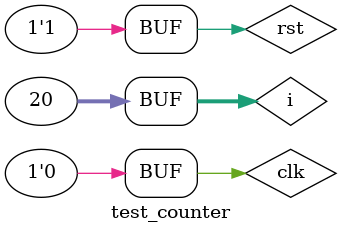
<source format=v>
module test_counter;

    reg rst, clk;
    wire [2:0] c;
    integer i;

    counter tcounter(rst, clk, c);

    initial begin
        clk = 0;
        for(i = 0; i < 20; i = i + 1)
          #50 clk = ~clk;
    end

    initial begin
        rst = 1;
        #10 rst = 0;
        #20 rst = 1;
    end

    initial
      $monitor($stime, rst, clk, c);

endmodule

</source>
